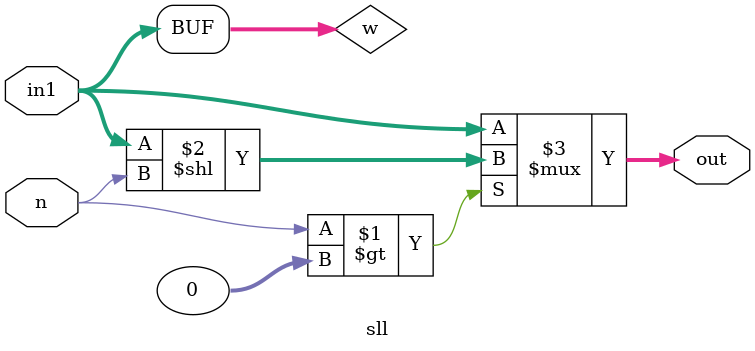
<source format=v>
module sll(
  input [31:0] in1,
  input n,
  output [31:0] out
);
  wire [31:0] w;

  assign w = in1;

  assign out[31:0] = (n > 0) ? (w << n) : w;
endmodule

</source>
